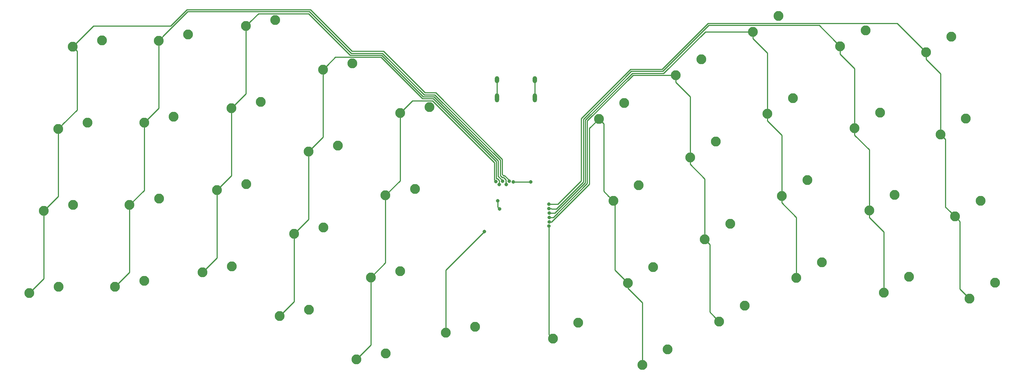
<source format=gbl>
G04 #@! TF.GenerationSoftware,KiCad,Pcbnew,(5.1.5)-3*
G04 #@! TF.CreationDate,2020-04-21T01:25:22+02:00*
G04 #@! TF.ProjectId,Marv-Atreus,4d617276-2d41-4747-9265-75732e6b6963,rev?*
G04 #@! TF.SameCoordinates,Original*
G04 #@! TF.FileFunction,Copper,L2,Bot*
G04 #@! TF.FilePolarity,Positive*
%FSLAX46Y46*%
G04 Gerber Fmt 4.6, Leading zero omitted, Abs format (unit mm)*
G04 Created by KiCad (PCBNEW (5.1.5)-3) date 2020-04-21 01:25:22*
%MOMM*%
%LPD*%
G04 APERTURE LIST*
%ADD10O,1.000000X2.100000*%
%ADD11O,1.000000X1.600000*%
%ADD12C,2.250000*%
%ADD13C,0.800000*%
%ADD14C,0.250000*%
G04 APERTURE END LIST*
D10*
X153003497Y-69435524D03*
X144363497Y-69435524D03*
D11*
X153003497Y-65255524D03*
X144363497Y-65255524D03*
D12*
X258055771Y-111684754D03*
X252243308Y-115288832D03*
X238468135Y-110302602D03*
X232655672Y-113906680D03*
X218535914Y-106966216D03*
X212723451Y-110570294D03*
X200946865Y-116918614D03*
X195134402Y-120522692D03*
X183357815Y-126871012D03*
X177545352Y-130475090D03*
X162943177Y-120798700D03*
X157130714Y-124402778D03*
X132732046Y-123113663D03*
X139426641Y-121714917D03*
X119012002Y-127787229D03*
X112317407Y-129185975D03*
X101422954Y-117834831D03*
X94728359Y-119233577D03*
X83833904Y-107882433D03*
X77139309Y-109281179D03*
X63901684Y-111218819D03*
X57207089Y-112617565D03*
X44314047Y-112600971D03*
X37619452Y-113999717D03*
X254747765Y-92924119D03*
X248935302Y-96528197D03*
X235160129Y-91541967D03*
X229347666Y-95146045D03*
X215227908Y-88205581D03*
X209415445Y-91809659D03*
X197638859Y-98157979D03*
X191826396Y-101762057D03*
X180049809Y-108110377D03*
X174237346Y-111714455D03*
X122320009Y-109026593D03*
X115625414Y-110425339D03*
X104730959Y-99074196D03*
X98036364Y-100472942D03*
X87141910Y-89121799D03*
X80447315Y-90520545D03*
X67209690Y-92458184D03*
X60515095Y-93856930D03*
X47622053Y-93840336D03*
X40927458Y-95239082D03*
X251439759Y-74163484D03*
X245627296Y-77767562D03*
X231852123Y-72781332D03*
X226039660Y-76385410D03*
X211919902Y-69444946D03*
X206107439Y-73049024D03*
X194330853Y-79397344D03*
X188518390Y-83001422D03*
X176741803Y-89349742D03*
X170929340Y-92953820D03*
X125628015Y-90265959D03*
X118933420Y-91664705D03*
X108038965Y-80313561D03*
X101344370Y-81712307D03*
X90449917Y-70361163D03*
X83755322Y-71759909D03*
X70517696Y-73697549D03*
X63823101Y-75096295D03*
X50930060Y-75079701D03*
X44235465Y-76478447D03*
X248131753Y-55402849D03*
X242319290Y-59006927D03*
X228544116Y-54020697D03*
X222731653Y-57624775D03*
X208611896Y-50684311D03*
X202799433Y-54288389D03*
X191022847Y-60636709D03*
X185210384Y-64240787D03*
X173433797Y-70589107D03*
X167621334Y-74193185D03*
X128936021Y-71505324D03*
X122241426Y-72904070D03*
X111346971Y-61552926D03*
X104652376Y-62951672D03*
X93757923Y-51600529D03*
X87063328Y-52999275D03*
X73825702Y-54936914D03*
X67131107Y-56335660D03*
X54238066Y-56319066D03*
X47543471Y-57717812D03*
D13*
X148117842Y-88652158D03*
X152090000Y-88650000D03*
X144570000Y-92980000D03*
X144999308Y-94774611D03*
X147146124Y-88416010D03*
X146529451Y-89203231D03*
X145650274Y-88424098D03*
X144925274Y-89209989D03*
X144154672Y-88572670D03*
X156279946Y-97734910D03*
X156280051Y-96734909D03*
X156279968Y-95734908D03*
X156249950Y-94735356D03*
X156230000Y-93730000D03*
X141480000Y-99990000D03*
X156247001Y-98734369D03*
D14*
X144363497Y-66305524D02*
X144363497Y-69435524D01*
X144363497Y-65255524D02*
X144363497Y-66305524D01*
X153003497Y-65255524D02*
X153003497Y-69435524D01*
X148117842Y-88652158D02*
X152087842Y-88652158D01*
X152087842Y-88652158D02*
X152090000Y-88650000D01*
X144570000Y-92980000D02*
X144570000Y-94345303D01*
X144570000Y-94345303D02*
X144999308Y-94774611D01*
X45360464Y-75353448D02*
X44235465Y-76478447D01*
X48535621Y-72178291D02*
X45360464Y-75353448D01*
X48535621Y-58709962D02*
X48535621Y-72178291D01*
X47543471Y-57717812D02*
X48535621Y-58709962D01*
X44235465Y-91931075D02*
X40927458Y-95239082D01*
X44235465Y-76478447D02*
X44235465Y-91931075D01*
X40927458Y-110691711D02*
X37619452Y-113999717D01*
X40927458Y-95239082D02*
X40927458Y-110691711D01*
X69845178Y-52985179D02*
X52276104Y-52985179D01*
X73579848Y-49250509D02*
X69845178Y-52985179D01*
X145554709Y-86864709D02*
X145554709Y-83432370D01*
X118436812Y-58752895D02*
X111252800Y-58752895D01*
X146105579Y-87169991D02*
X145859991Y-87169991D01*
X52276104Y-52985179D02*
X47543471Y-57717812D01*
X145859991Y-87169991D02*
X145554709Y-86864709D01*
X147146124Y-88416010D02*
X147146124Y-88210536D01*
X127939200Y-68255283D02*
X118436812Y-58752895D01*
X147146124Y-88210536D02*
X146105579Y-87169991D01*
X145554709Y-83432370D02*
X130377622Y-68255283D01*
X130377622Y-68255283D02*
X127939200Y-68255283D01*
X111252800Y-58752895D02*
X101750413Y-49250508D01*
X101750413Y-49250508D02*
X73579848Y-49250509D01*
X60515095Y-109309559D02*
X57207089Y-112617565D01*
X60515095Y-93856930D02*
X60515095Y-109309559D01*
X63823101Y-90548924D02*
X60515095Y-93856930D01*
X63823101Y-75096295D02*
X63823101Y-90548924D01*
X67131107Y-71788289D02*
X63823101Y-75096295D01*
X67131107Y-56335660D02*
X67131107Y-71788289D01*
X101564013Y-49700518D02*
X73766249Y-49700518D01*
X111066400Y-59202905D02*
X101564013Y-49700518D01*
X127752800Y-68705293D02*
X118250412Y-59202905D01*
X146375275Y-88718163D02*
X146375275Y-88076097D01*
X68256106Y-55210661D02*
X67131107Y-56335660D01*
X145919178Y-87620000D02*
X145586410Y-87620000D01*
X146529451Y-88872339D02*
X146375275Y-88718163D01*
X130191222Y-68705293D02*
X127752800Y-68705293D01*
X146529451Y-89203231D02*
X146529451Y-88872339D01*
X73766249Y-49700518D02*
X68256106Y-55210661D01*
X145104700Y-83618771D02*
X130191222Y-68705293D01*
X118250412Y-59202905D02*
X111066400Y-59202905D01*
X145586410Y-87620000D02*
X145104701Y-87138291D01*
X146375275Y-88076097D02*
X145919178Y-87620000D01*
X145104701Y-87138291D02*
X145104700Y-83618771D01*
X87063328Y-68451903D02*
X83755322Y-71759909D01*
X87063328Y-52999275D02*
X87063328Y-68451903D01*
X83755322Y-87212538D02*
X80447315Y-90520545D01*
X83755322Y-71759909D02*
X83755322Y-87212538D01*
X80447315Y-105973173D02*
X77139309Y-109281179D01*
X80447315Y-90520545D02*
X80447315Y-105973173D01*
X144654691Y-87324691D02*
X144654691Y-83805172D01*
X144654691Y-83805172D02*
X130004822Y-69155303D01*
X127566400Y-69155303D02*
X118064012Y-59652915D01*
X130004822Y-69155303D02*
X127566400Y-69155303D01*
X118064012Y-59652915D02*
X110880000Y-59652915D01*
X88188327Y-51874276D02*
X87063328Y-52999275D01*
X89912075Y-50150528D02*
X88188327Y-51874276D01*
X101377613Y-50150528D02*
X89912075Y-50150528D01*
X110880000Y-59652915D02*
X101377613Y-50150528D01*
X144654691Y-87324691D02*
X145650274Y-88320274D01*
X145650274Y-88320274D02*
X145650274Y-88424098D01*
X98036364Y-115925572D02*
X94728359Y-119233577D01*
X98036364Y-100472942D02*
X98036364Y-115925572D01*
X101344370Y-97164936D02*
X98036364Y-100472942D01*
X101344370Y-81712307D02*
X101344370Y-97164936D01*
X104652376Y-78404301D02*
X101344370Y-81712307D01*
X104652376Y-62951672D02*
X104652376Y-78404301D01*
X127380000Y-69605313D02*
X117877612Y-60102925D01*
X107501123Y-60102925D02*
X105777375Y-61826673D01*
X129818422Y-69605313D02*
X127380000Y-69605313D01*
X144204682Y-83991573D02*
X129818422Y-69605313D01*
X144925274Y-89209989D02*
X144925274Y-88270270D01*
X117877612Y-60102925D02*
X107501123Y-60102925D01*
X144502673Y-87847669D02*
X144207669Y-87847669D01*
X105777375Y-61826673D02*
X104652376Y-62951672D01*
X144207669Y-87847669D02*
X144204683Y-87844683D01*
X144925274Y-88270270D02*
X144502673Y-87847669D01*
X144204683Y-87844683D02*
X144204682Y-83991573D01*
X122241426Y-88356699D02*
X118933420Y-91664705D01*
X122241426Y-72904070D02*
X122241426Y-88356699D01*
X118933420Y-107117333D02*
X115625414Y-110425339D01*
X118933420Y-91664705D02*
X118933420Y-107117333D01*
X115625414Y-125877968D02*
X112317407Y-129185975D01*
X115625414Y-110425339D02*
X115625414Y-125877968D01*
X123366425Y-71779071D02*
X122241426Y-72904070D01*
X125090173Y-70055323D02*
X123366425Y-71779071D01*
X129632022Y-70055323D02*
X125090173Y-70055323D01*
X143754673Y-84177974D02*
X129632022Y-70055323D01*
X143754673Y-88172671D02*
X143754673Y-84177974D01*
X144154672Y-88572670D02*
X143754673Y-88172671D01*
X168746333Y-75318184D02*
X168746333Y-90770813D01*
X169804341Y-91828821D02*
X170929340Y-92953820D01*
X168746333Y-90770813D02*
X169804341Y-91828821D01*
X167621334Y-74193185D02*
X168746333Y-75318184D01*
X173112347Y-110589456D02*
X174237346Y-111714455D01*
X171319702Y-108796811D02*
X173112347Y-110589456D01*
X171319702Y-93344182D02*
X171319702Y-108796811D01*
X170929340Y-92953820D02*
X171319702Y-93344182D01*
X177545352Y-128884100D02*
X177545352Y-130475090D01*
X177545352Y-116242660D02*
X177545352Y-128884100D01*
X174237346Y-112934654D02*
X177545352Y-116242660D01*
X174237346Y-111714455D02*
X174237346Y-112934654D01*
X156845631Y-97734910D02*
X165440000Y-89140541D01*
X156279946Y-97734910D02*
X156845631Y-97734910D01*
X165440000Y-76374519D02*
X167621334Y-74193185D01*
X165440000Y-89140541D02*
X165440000Y-76374519D01*
X188518390Y-81410432D02*
X188518390Y-83001422D01*
X188518390Y-69139783D02*
X188518390Y-81410432D01*
X185210384Y-65831777D02*
X188518390Y-69139783D01*
X185210384Y-64240787D02*
X185210384Y-65831777D01*
X191826396Y-100171067D02*
X191826396Y-101762057D01*
X191826396Y-87900418D02*
X191826396Y-100171067D01*
X188518390Y-84592412D02*
X191826396Y-87900418D01*
X188518390Y-83001422D02*
X188518390Y-84592412D01*
X194009403Y-119397693D02*
X195134402Y-120522692D01*
X192951395Y-118339685D02*
X194009403Y-119397693D01*
X192951395Y-102887056D02*
X192951395Y-118339685D01*
X191826396Y-101762057D02*
X192951395Y-102887056D01*
X156280051Y-96734909D02*
X157209222Y-96734909D01*
X175427730Y-64240787D02*
X183619394Y-64240787D01*
X164989990Y-74678527D02*
X175427730Y-64240787D01*
X183619394Y-64240787D02*
X185210384Y-64240787D01*
X164989990Y-88954141D02*
X164989990Y-74678527D01*
X157209222Y-96734909D02*
X164989990Y-88954141D01*
X206107439Y-71458034D02*
X206107439Y-73049024D01*
X206107439Y-59187385D02*
X206107439Y-71458034D01*
X202799433Y-55879379D02*
X206107439Y-59187385D01*
X202799433Y-54288389D02*
X202799433Y-55879379D01*
X209415445Y-90218669D02*
X209415445Y-91809659D01*
X209415445Y-77948020D02*
X209415445Y-90218669D01*
X206107439Y-74640014D02*
X209415445Y-77948020D01*
X206107439Y-73049024D02*
X206107439Y-74640014D01*
X212723451Y-108979304D02*
X212723451Y-110570294D01*
X209415445Y-93400649D02*
X212723451Y-96708655D01*
X212723451Y-96708655D02*
X212723451Y-108979304D01*
X209415445Y-91809659D02*
X209415445Y-93400649D01*
X156279968Y-95734908D02*
X157572813Y-95734908D01*
X157572813Y-95734908D02*
X164539980Y-88767741D01*
X164539981Y-74492126D02*
X175241330Y-63790777D01*
X164539980Y-88767741D02*
X164539981Y-74492126D01*
X175241330Y-63790777D02*
X182430000Y-63790777D01*
X191932388Y-54288389D02*
X202799433Y-54288389D01*
X182430000Y-63790777D02*
X191932388Y-54288389D01*
X226039660Y-62688364D02*
X226039660Y-74794420D01*
X222731653Y-59380357D02*
X226039660Y-62688364D01*
X226039660Y-74794420D02*
X226039660Y-76385410D01*
X222731653Y-57624775D02*
X222731653Y-59380357D01*
X229347666Y-93555055D02*
X229347666Y-95146045D01*
X229347666Y-81284406D02*
X229347666Y-93555055D01*
X226039660Y-77976400D02*
X229347666Y-81284406D01*
X226039660Y-76385410D02*
X226039660Y-77976400D01*
X232655672Y-112315690D02*
X232655672Y-113906680D01*
X232655672Y-100045041D02*
X232655672Y-112315690D01*
X229347666Y-96737035D02*
X232655672Y-100045041D01*
X229347666Y-95146045D02*
X229347666Y-96737035D01*
X221606654Y-56499776D02*
X222731653Y-57624775D01*
X217945266Y-52838388D02*
X221606654Y-56499776D01*
X192745979Y-52838388D02*
X217945266Y-52838388D01*
X182243600Y-63340767D02*
X192745979Y-52838388D01*
X175054930Y-63340767D02*
X182243600Y-63340767D01*
X164089972Y-74305725D02*
X175054930Y-63340767D01*
X156249950Y-94735356D02*
X156815635Y-94735356D01*
X156840279Y-94760000D02*
X157911311Y-94760000D01*
X156815635Y-94735356D02*
X156840279Y-94760000D01*
X157911311Y-94760000D02*
X164089971Y-88581340D01*
X164089971Y-88581340D02*
X164089972Y-74305725D01*
X245627296Y-76176572D02*
X245627296Y-77767562D01*
X242319290Y-60597917D02*
X245627296Y-63905923D01*
X245627296Y-63905923D02*
X245627296Y-76176572D01*
X242319290Y-59006927D02*
X242319290Y-60597917D01*
X246752295Y-94345190D02*
X247810303Y-95403198D01*
X246752295Y-78892561D02*
X246752295Y-94345190D01*
X247810303Y-95403198D02*
X248935302Y-96528197D01*
X245627296Y-77767562D02*
X246752295Y-78892561D01*
X251118309Y-114163833D02*
X252243308Y-115288832D01*
X250060301Y-113105825D02*
X251118309Y-114163833D01*
X250060301Y-97653196D02*
X250060301Y-113105825D01*
X248935302Y-96528197D02*
X250060301Y-97653196D01*
X235700742Y-52388379D02*
X242319290Y-59006927D01*
X192559579Y-52388378D02*
X235700742Y-52388379D01*
X182057200Y-62890757D02*
X192559579Y-52388378D01*
X163639962Y-88394939D02*
X163639963Y-74119324D01*
X163639963Y-74119324D02*
X174868530Y-62890757D01*
X158304901Y-93730000D02*
X163639962Y-88394939D01*
X156230000Y-93730000D02*
X158304901Y-93730000D01*
X174868530Y-62890757D02*
X182057200Y-62890757D01*
X132732046Y-108737954D02*
X132732046Y-123113663D01*
X141480000Y-99990000D02*
X132732046Y-108737954D01*
X156247001Y-123519065D02*
X157130714Y-124402778D01*
X156247001Y-98734369D02*
X156247001Y-123519065D01*
M02*

</source>
